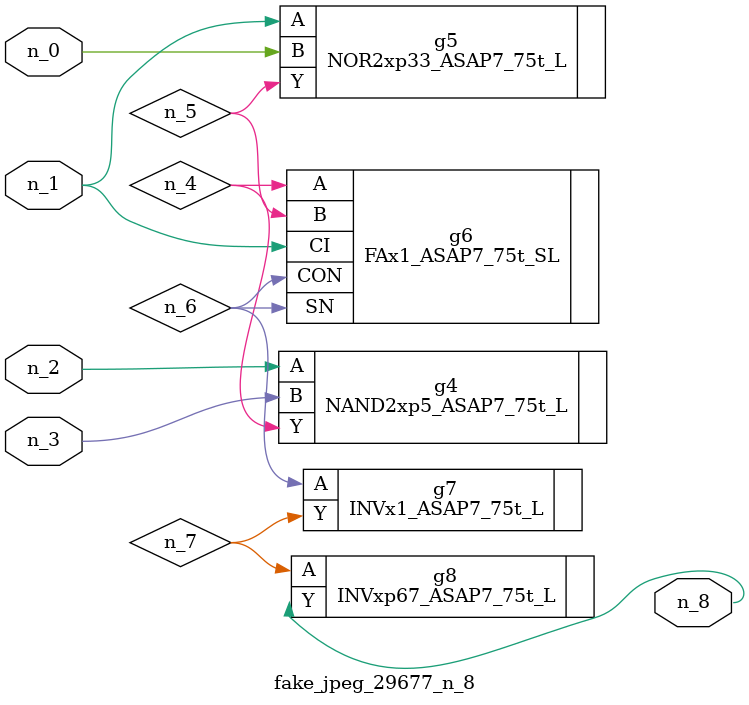
<source format=v>
module fake_jpeg_29677_n_8 (n_0, n_3, n_2, n_1, n_8);

input n_0;
input n_3;
input n_2;
input n_1;

output n_8;

wire n_4;
wire n_6;
wire n_5;
wire n_7;

NAND2xp5_ASAP7_75t_L g4 ( 
.A(n_2),
.B(n_3),
.Y(n_4)
);

NOR2xp33_ASAP7_75t_L g5 ( 
.A(n_1),
.B(n_0),
.Y(n_5)
);

FAx1_ASAP7_75t_SL g6 ( 
.A(n_4),
.B(n_5),
.CI(n_1),
.CON(n_6),
.SN(n_6)
);

INVx1_ASAP7_75t_L g7 ( 
.A(n_6),
.Y(n_7)
);

INVxp67_ASAP7_75t_L g8 ( 
.A(n_7),
.Y(n_8)
);


endmodule
</source>
